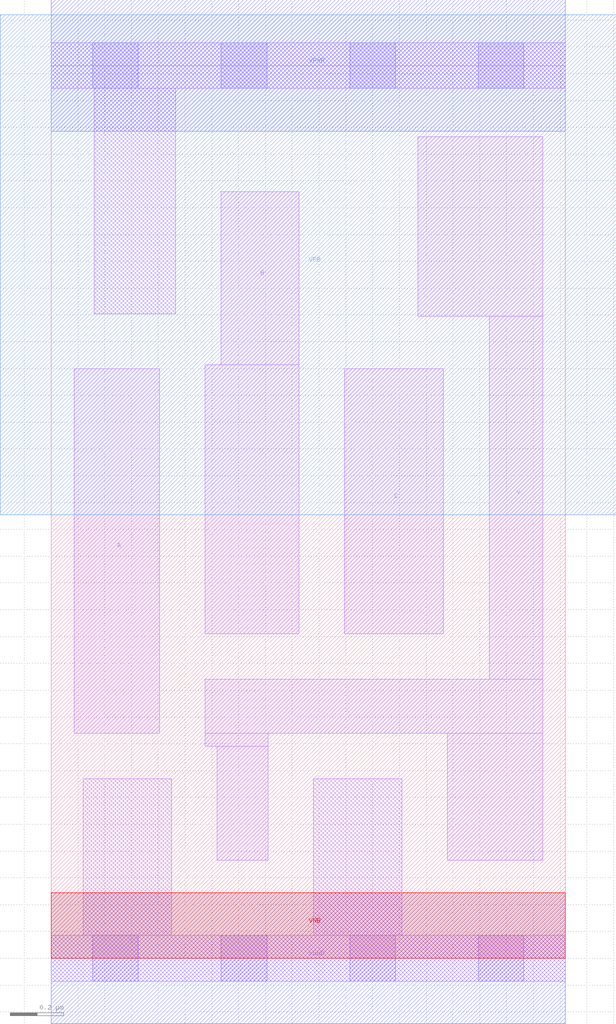
<source format=lef>
# Copyright 2020 The SkyWater PDK Authors
#
# Licensed under the Apache License, Version 2.0 (the "License");
# you may not use this file except in compliance with the License.
# You may obtain a copy of the License at
#
#     https://www.apache.org/licenses/LICENSE-2.0
#
# Unless required by applicable law or agreed to in writing, software
# distributed under the License is distributed on an "AS IS" BASIS,
# WITHOUT WARRANTIES OR CONDITIONS OF ANY KIND, either express or implied.
# See the License for the specific language governing permissions and
# limitations under the License.
#
# SPDX-License-Identifier: Apache-2.0

VERSION 5.7 ;
  NOWIREEXTENSIONATPIN ON ;
  DIVIDERCHAR "/" ;
  BUSBITCHARS "[]" ;
MACRO sky130_fd_sc_lp__nor3_0
  CLASS CORE ;
  FOREIGN sky130_fd_sc_lp__nor3_0 ;
  ORIGIN  0.000000  0.000000 ;
  SIZE  1.920000 BY  3.330000 ;
  SYMMETRY X Y R90 ;
  SITE unit ;
  PIN A
    ANTENNAGATEAREA  0.159000 ;
    DIRECTION INPUT ;
    USE SIGNAL ;
    PORT
      LAYER li1 ;
        RECT 0.085000 0.840000 0.405000 2.200000 ;
    END
  END A
  PIN B
    ANTENNAGATEAREA  0.159000 ;
    DIRECTION INPUT ;
    USE SIGNAL ;
    PORT
      LAYER li1 ;
        RECT 0.575000 1.210000 0.925000 2.215000 ;
        RECT 0.635000 2.215000 0.925000 2.860000 ;
    END
  END B
  PIN C
    ANTENNAGATEAREA  0.159000 ;
    DIRECTION INPUT ;
    USE SIGNAL ;
    PORT
      LAYER li1 ;
        RECT 1.095000 1.210000 1.465000 2.200000 ;
    END
  END C
  PIN Y
    ANTENNADIFFAREA  0.398500 ;
    DIRECTION OUTPUT ;
    USE SIGNAL ;
    PORT
      LAYER li1 ;
        RECT 0.575000 0.790000 0.810000 0.840000 ;
        RECT 0.575000 0.840000 1.835000 1.040000 ;
        RECT 0.620000 0.365000 0.810000 0.790000 ;
        RECT 1.370000 2.395000 1.835000 3.065000 ;
        RECT 1.480000 0.365000 1.835000 0.840000 ;
        RECT 1.635000 1.040000 1.835000 2.395000 ;
    END
  END Y
  PIN VGND
    DIRECTION INOUT ;
    USE GROUND ;
    PORT
      LAYER met1 ;
        RECT 0.000000 -0.245000 1.920000 0.245000 ;
    END
  END VGND
  PIN VNB
    DIRECTION INOUT ;
    USE GROUND ;
    PORT
      LAYER pwell ;
        RECT 0.000000 0.000000 1.920000 0.245000 ;
    END
  END VNB
  PIN VPB
    DIRECTION INOUT ;
    USE POWER ;
    PORT
      LAYER nwell ;
        RECT -0.190000 1.655000 2.110000 3.520000 ;
    END
  END VPB
  PIN VPWR
    DIRECTION INOUT ;
    USE POWER ;
    PORT
      LAYER met1 ;
        RECT 0.000000 3.085000 1.920000 3.575000 ;
    END
  END VPWR
  OBS
    LAYER li1 ;
      RECT 0.000000 -0.085000 1.920000 0.085000 ;
      RECT 0.000000  3.245000 1.920000 3.415000 ;
      RECT 0.120000  0.085000 0.450000 0.670000 ;
      RECT 0.160000  2.405000 0.465000 3.245000 ;
      RECT 0.980000  0.085000 1.310000 0.670000 ;
    LAYER mcon ;
      RECT 0.155000 -0.085000 0.325000 0.085000 ;
      RECT 0.155000  3.245000 0.325000 3.415000 ;
      RECT 0.635000 -0.085000 0.805000 0.085000 ;
      RECT 0.635000  3.245000 0.805000 3.415000 ;
      RECT 1.115000 -0.085000 1.285000 0.085000 ;
      RECT 1.115000  3.245000 1.285000 3.415000 ;
      RECT 1.595000 -0.085000 1.765000 0.085000 ;
      RECT 1.595000  3.245000 1.765000 3.415000 ;
  END
END sky130_fd_sc_lp__nor3_0
END LIBRARY

</source>
